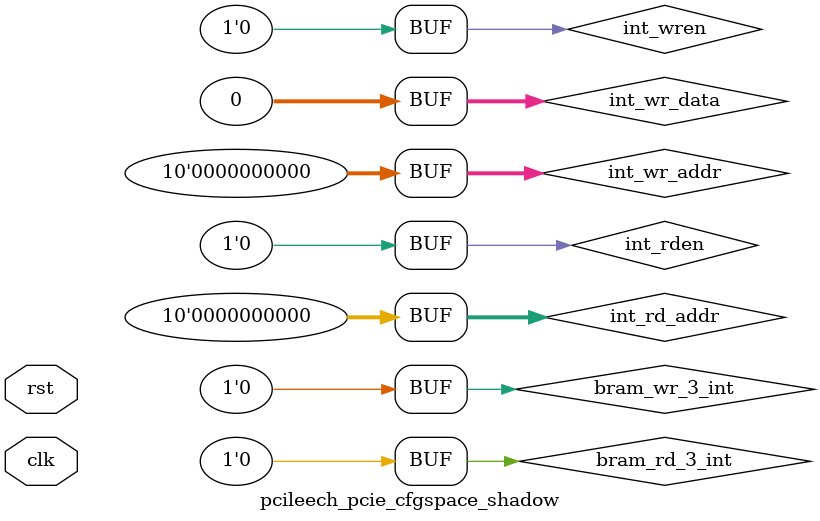
<source format=sv>

`timescale 1ns / 1ps

module pcileech_pcie_cfgspace_shadow(
    input                   rst,
    input                   clk,
    IfShadow2Fifo.src       dshadow2fifo,
    IfShadow2Tlp.shadow     dshadow2tlp
    );
    
    wire            int_rden;
    wire            int_wren;
    wire [9:0]      int_wr_addr;
    wire [31:0]     int_wr_data;
    wire [9:0]      int_rd_addr;
    
    // ----------------------------------------------------------------------------
    // WRITE multiplexor: simple naive multiplexor which will prioritize in order:
    // (1) PCIe (if enabled), (2) USB, (3) INTERNAL.
    // Collisions will be discarded (it's assumed that they'll be very rare)
    // ----------------------------------------------------------------------------
    wire            bram_wr_1_tlp = dshadow2tlp.rx_wren & dshadow2fifo.cfgtlp_wren;
    wire            bram_wr_2_usb = ~bram_wr_1_tlp & dshadow2fifo.rx_wren;
    wire            bram_wr_3_int = ~bram_wr_1_tlp & ~bram_wr_2_usb & int_wren;
    wire [3:0]      bram_wr_be = bram_wr_1_tlp ? dshadow2tlp.rx_be : (bram_wr_2_usb ? dshadow2fifo.rx_be : (bram_wr_3_int ? 4'b1111 : 4'b0000));
    wire [9:0]      bram_wr_addr = bram_wr_1_tlp ? 10'b0000000000 : (bram_wr_2_usb ? dshadow2fifo.rx_addr : int_wr_addr);
    wire [31:0]     bram_wr_data = bram_wr_1_tlp ? dshadow2tlp.rx_data : (bram_wr_2_usb ? dshadow2fifo.rx_data : int_wr_data);
    
    // ----------------------------------------------------------------------------
    // WRITE multiplexor and state machine: simple naive multiplexor which will prioritize in order:
    // (1) PCIe (if enabled), (2) USB, (3) INTERNAL.
    // Collisions will be discarded (it's assumed that they'll be very rare)
    // ----------------------------------------------------------------------------
    `define S_SHADOW_CFGSPACE_IDLE  2'b00
    `define S_SHADOW_CFGSPACE_TLP   2'b01
    `define S_SHADOW_CFGSPACE_USB   2'b10
    `define S_SHADOW_CFGSPACE_INT   2'b11
    
    wire [31:0]     bram_rd_data;
    wire            bram_rd_1_tlp = dshadow2tlp.rx_rden;
    wire            bram_rd_2_usb = ~bram_rd_1_tlp & dshadow2fifo.rx_rden;
    wire            bram_rd_3_int = ~bram_rd_1_tlp & ~bram_rd_2_usb & int_rden;
    wire [1:0]      bram_rd_tp_3 =   bram_rd_1_tlp ? `S_SHADOW_CFGSPACE_TLP : (
                                     bram_rd_2_usb ? `S_SHADOW_CFGSPACE_USB : (
                                     bram_rd_3_int ? `S_SHADOW_CFGSPACE_INT : `S_SHADOW_CFGSPACE_IDLE));
    wire [9:0]      bram_rd_addr_3 = bram_rd_1_tlp ? dshadow2tlp.rx_addr : (
                                     bram_rd_2_usb ? dshadow2fifo.rx_addr : int_rd_addr);
    wire [7:0]      bram_rd_tag_3 =  bram_rd_1_tlp ? dshadow2tlp.rx_tag : {7'h00, dshadow2fifo.rx_addr_lo};
    bit [9:0]       bram_rd_addr, bram_rd_addr_2;
    bit [7:0]       bram_rd_tag,  bram_rd_tag_2;
    bit [1:0]       bram_rd_tp,   bram_rd_tp_2;    
    
    always @ ( posedge clk )
        begin
            bram_rd_addr    <= bram_rd_addr_2;
            bram_rd_tag     <= bram_rd_tag_2;
            bram_rd_tp      <= bram_rd_tp_2;
            bram_rd_addr_2  <= bram_rd_addr_3;
            bram_rd_tag_2   <= bram_rd_tag_3;
            bram_rd_tp_2    <= bram_rd_tp_3;
        end
    
    // BRAM MEMORY ACCESS for the 4kB / 0x1000 byte shadow configuration space.
    bram_pcie_cfgspace i_bram_pcie_cfgspace(
        .clka           ( clk                       ),
        .clkb           ( clk                       ),
        .wea            ( bram_wr_be                ),
        .addra          ( bram_wr_addr              ),
        .dina           ( bram_wr_data              ),
        .addrb          ( bram_rd_addr_3            ),
        .doutb          ( bram_rd_data              )
    );
    
    assign dshadow2tlp.tx_valid     = bram_wr_1_tlp | (bram_rd_tp == `S_SHADOW_CFGSPACE_TLP);
    assign dshadow2tlp.tx_tlprd     = ~bram_wr_1_tlp;
    assign dshadow2tlp.tx_tag       = bram_wr_1_tlp ? dshadow2tlp.rx_tag : bram_rd_tag;
    assign dshadow2tlp.tx_data      = dshadow2fifo.cfgtlp_zero ? 32'h00000000 : bram_rd_data;
    
    assign dshadow2fifo.tx_valid    = (bram_rd_tp == `S_SHADOW_CFGSPACE_USB);
    assign dshadow2fifo.tx_addr     = bram_rd_addr;
    assign dshadow2fifo.tx_addr_lo  = bram_rd_tag[0];
    assign dshadow2fifo.tx_data     = dshadow2fifo.cfgtlp_zero ? 32'h00000000 : bram_rd_data;
    
    // ----------------------------------------------------------------------------
    // INTERNAL LOGIC BELOW:
    // ----------------------------------------------------------------------------
    
    assign int_rden     = 0;
    assign int_wren     = 0;
    assign int_wr_addr  = 0;
    assign int_wr_data  = 0;
    assign int_rd_addr  = 0;
    
endmodule

</source>
